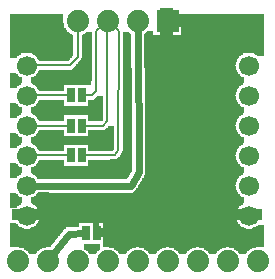
<source format=gbl>
G04 MADE WITH FRITZING*
G04 WWW.FRITZING.ORG*
G04 DOUBLE SIDED*
G04 HOLES PLATED*
G04 CONTOUR ON CENTER OF CONTOUR VECTOR*
%ASAXBY*%
%FSLAX23Y23*%
%MOIN*%
%OFA0B0*%
%SFA1.0B1.0*%
%ADD10C,0.075000*%
%ADD11C,0.074000*%
%ADD12C,0.066929*%
%ADD13R,0.025000X0.050000*%
%ADD14R,0.074000X0.074000*%
%ADD15C,0.008000*%
%ADD16C,0.024000*%
%LNCOPPER0*%
G90*
G70*
G54D10*
X106Y823D03*
X552Y679D03*
G54D11*
X564Y862D03*
X464Y862D03*
X364Y862D03*
X264Y862D03*
X64Y62D03*
X164Y62D03*
X264Y62D03*
X364Y62D03*
X464Y62D03*
X564Y62D03*
X664Y62D03*
X764Y62D03*
X864Y62D03*
G54D12*
X834Y714D03*
X834Y614D03*
X834Y514D03*
X834Y414D03*
X834Y314D03*
X834Y214D03*
X94Y714D03*
X94Y614D03*
X94Y514D03*
X94Y414D03*
X94Y314D03*
X94Y214D03*
G54D13*
X242Y615D03*
X277Y615D03*
X242Y514D03*
X277Y514D03*
X242Y416D03*
X277Y416D03*
X327Y156D03*
X291Y156D03*
G54D14*
X564Y862D03*
G54D15*
X389Y416D02*
X284Y416D01*
D02*
X399Y432D02*
X389Y416D01*
D02*
X401Y829D02*
X399Y432D01*
D02*
X383Y845D02*
X401Y829D01*
D02*
X119Y415D02*
X235Y416D01*
D02*
X350Y514D02*
X284Y514D01*
D02*
X362Y528D02*
X350Y514D01*
D02*
X363Y836D02*
X362Y528D01*
D02*
X119Y514D02*
X235Y514D01*
D02*
X313Y615D02*
X284Y615D01*
D02*
X326Y829D02*
X325Y630D01*
D02*
X325Y630D02*
X313Y615D01*
D02*
X344Y845D02*
X326Y829D01*
D02*
X119Y615D02*
X235Y615D01*
D02*
X264Y836D02*
X264Y743D01*
G54D16*
D02*
X441Y313D02*
X125Y314D01*
D02*
X468Y360D02*
X441Y313D01*
D02*
X464Y831D02*
X468Y360D01*
D02*
X236Y154D02*
X284Y156D01*
D02*
X183Y86D02*
X236Y154D01*
G54D15*
D02*
X264Y743D02*
X240Y716D01*
D02*
X240Y716D02*
X119Y715D01*
G36*
X40Y885D02*
X40Y757D01*
X106Y757D01*
X106Y755D01*
X112Y755D01*
X112Y753D01*
X116Y753D01*
X116Y751D01*
X118Y751D01*
X118Y749D01*
X122Y749D01*
X122Y747D01*
X124Y747D01*
X124Y745D01*
X126Y745D01*
X126Y743D01*
X128Y743D01*
X128Y741D01*
X130Y741D01*
X130Y737D01*
X132Y737D01*
X132Y733D01*
X134Y733D01*
X134Y729D01*
X234Y729D01*
X234Y731D01*
X236Y731D01*
X236Y733D01*
X238Y733D01*
X238Y735D01*
X240Y735D01*
X240Y739D01*
X242Y739D01*
X242Y741D01*
X244Y741D01*
X244Y743D01*
X246Y743D01*
X246Y745D01*
X248Y745D01*
X248Y747D01*
X250Y747D01*
X250Y817D01*
X246Y817D01*
X246Y819D01*
X242Y819D01*
X242Y821D01*
X238Y821D01*
X238Y823D01*
X236Y823D01*
X236Y825D01*
X234Y825D01*
X234Y827D01*
X230Y827D01*
X230Y829D01*
X228Y829D01*
X228Y833D01*
X226Y833D01*
X226Y835D01*
X224Y835D01*
X224Y839D01*
X222Y839D01*
X222Y841D01*
X220Y841D01*
X220Y847D01*
X218Y847D01*
X218Y855D01*
X216Y855D01*
X216Y885D01*
X40Y885D01*
G37*
D02*
G36*
X40Y757D02*
X40Y739D01*
X60Y739D01*
X60Y741D01*
X62Y741D01*
X62Y745D01*
X64Y745D01*
X64Y747D01*
X68Y747D01*
X68Y749D01*
X70Y749D01*
X70Y751D01*
X74Y751D01*
X74Y753D01*
X76Y753D01*
X76Y755D01*
X82Y755D01*
X82Y757D01*
X40Y757D01*
G37*
D02*
G36*
X292Y825D02*
X292Y823D01*
X288Y823D01*
X288Y821D01*
X286Y821D01*
X286Y819D01*
X282Y819D01*
X282Y817D01*
X278Y817D01*
X278Y739D01*
X276Y739D01*
X276Y735D01*
X274Y735D01*
X274Y733D01*
X272Y733D01*
X272Y731D01*
X270Y731D01*
X270Y727D01*
X268Y727D01*
X268Y725D01*
X266Y725D01*
X266Y723D01*
X264Y723D01*
X264Y721D01*
X262Y721D01*
X262Y719D01*
X260Y719D01*
X260Y717D01*
X258Y717D01*
X258Y713D01*
X256Y713D01*
X256Y711D01*
X254Y711D01*
X254Y709D01*
X252Y709D01*
X252Y707D01*
X250Y707D01*
X250Y705D01*
X248Y705D01*
X248Y703D01*
X244Y703D01*
X244Y701D01*
X136Y701D01*
X136Y699D01*
X134Y699D01*
X134Y695D01*
X132Y695D01*
X132Y691D01*
X130Y691D01*
X130Y689D01*
X128Y689D01*
X128Y687D01*
X126Y687D01*
X126Y683D01*
X124Y683D01*
X124Y681D01*
X120Y681D01*
X120Y679D01*
X118Y679D01*
X118Y677D01*
X114Y677D01*
X114Y675D01*
X110Y675D01*
X110Y655D01*
X112Y655D01*
X112Y653D01*
X116Y653D01*
X116Y651D01*
X118Y651D01*
X118Y649D01*
X122Y649D01*
X122Y647D01*
X124Y647D01*
X124Y645D01*
X126Y645D01*
X126Y643D01*
X128Y643D01*
X128Y641D01*
X130Y641D01*
X130Y637D01*
X132Y637D01*
X132Y633D01*
X134Y633D01*
X134Y629D01*
X220Y629D01*
X220Y649D01*
X310Y649D01*
X310Y663D01*
X312Y663D01*
X312Y825D01*
X292Y825D01*
G37*
D02*
G36*
X40Y689D02*
X40Y639D01*
X60Y639D01*
X60Y641D01*
X62Y641D01*
X62Y645D01*
X64Y645D01*
X64Y647D01*
X68Y647D01*
X68Y649D01*
X70Y649D01*
X70Y651D01*
X74Y651D01*
X74Y653D01*
X76Y653D01*
X76Y655D01*
X78Y655D01*
X78Y675D01*
X74Y675D01*
X74Y677D01*
X70Y677D01*
X70Y679D01*
X68Y679D01*
X68Y681D01*
X66Y681D01*
X66Y683D01*
X64Y683D01*
X64Y685D01*
X62Y685D01*
X62Y687D01*
X60Y687D01*
X60Y689D01*
X40Y689D01*
G37*
D02*
G36*
X328Y613D02*
X328Y611D01*
X326Y611D01*
X326Y607D01*
X324Y607D01*
X324Y605D01*
X322Y605D01*
X322Y603D01*
X318Y603D01*
X318Y601D01*
X300Y601D01*
X300Y579D01*
X348Y579D01*
X348Y613D01*
X328Y613D01*
G37*
D02*
G36*
X136Y601D02*
X136Y599D01*
X134Y599D01*
X134Y595D01*
X132Y595D01*
X132Y591D01*
X130Y591D01*
X130Y589D01*
X128Y589D01*
X128Y587D01*
X126Y587D01*
X126Y583D01*
X124Y583D01*
X124Y581D01*
X120Y581D01*
X120Y579D01*
X220Y579D01*
X220Y601D01*
X136Y601D01*
G37*
D02*
G36*
X118Y579D02*
X118Y577D01*
X348Y577D01*
X348Y579D01*
X118Y579D01*
G37*
D02*
G36*
X118Y579D02*
X118Y577D01*
X348Y577D01*
X348Y579D01*
X118Y579D01*
G37*
D02*
G36*
X114Y577D02*
X114Y575D01*
X110Y575D01*
X110Y555D01*
X112Y555D01*
X112Y553D01*
X116Y553D01*
X116Y551D01*
X118Y551D01*
X118Y549D01*
X300Y549D01*
X300Y529D01*
X346Y529D01*
X346Y531D01*
X348Y531D01*
X348Y577D01*
X114Y577D01*
G37*
D02*
G36*
X122Y549D02*
X122Y547D01*
X124Y547D01*
X124Y545D01*
X126Y545D01*
X126Y543D01*
X128Y543D01*
X128Y541D01*
X130Y541D01*
X130Y537D01*
X132Y537D01*
X132Y533D01*
X134Y533D01*
X134Y529D01*
X220Y529D01*
X220Y549D01*
X122Y549D01*
G37*
D02*
G36*
X40Y589D02*
X40Y539D01*
X60Y539D01*
X60Y541D01*
X62Y541D01*
X62Y545D01*
X64Y545D01*
X64Y547D01*
X68Y547D01*
X68Y549D01*
X70Y549D01*
X70Y551D01*
X74Y551D01*
X74Y553D01*
X76Y553D01*
X76Y555D01*
X78Y555D01*
X78Y575D01*
X74Y575D01*
X74Y577D01*
X70Y577D01*
X70Y579D01*
X68Y579D01*
X68Y581D01*
X66Y581D01*
X66Y583D01*
X64Y583D01*
X64Y585D01*
X62Y585D01*
X62Y587D01*
X60Y587D01*
X60Y589D01*
X40Y589D01*
G37*
D02*
G36*
X366Y513D02*
X366Y509D01*
X364Y509D01*
X364Y507D01*
X362Y507D01*
X362Y505D01*
X360Y505D01*
X360Y503D01*
X356Y503D01*
X356Y501D01*
X300Y501D01*
X300Y479D01*
X386Y479D01*
X386Y513D01*
X366Y513D01*
G37*
D02*
G36*
X136Y501D02*
X136Y499D01*
X134Y499D01*
X134Y495D01*
X132Y495D01*
X132Y491D01*
X130Y491D01*
X130Y489D01*
X128Y489D01*
X128Y487D01*
X126Y487D01*
X126Y483D01*
X124Y483D01*
X124Y481D01*
X120Y481D01*
X120Y479D01*
X220Y479D01*
X220Y501D01*
X136Y501D01*
G37*
D02*
G36*
X118Y479D02*
X118Y477D01*
X386Y477D01*
X386Y479D01*
X118Y479D01*
G37*
D02*
G36*
X118Y479D02*
X118Y477D01*
X386Y477D01*
X386Y479D01*
X118Y479D01*
G37*
D02*
G36*
X114Y477D02*
X114Y475D01*
X110Y475D01*
X110Y455D01*
X112Y455D01*
X112Y453D01*
X116Y453D01*
X116Y451D01*
X300Y451D01*
X300Y429D01*
X366Y429D01*
X366Y431D01*
X382Y431D01*
X382Y433D01*
X384Y433D01*
X384Y435D01*
X386Y435D01*
X386Y477D01*
X114Y477D01*
G37*
D02*
G36*
X118Y451D02*
X118Y449D01*
X122Y449D01*
X122Y447D01*
X124Y447D01*
X124Y445D01*
X126Y445D01*
X126Y443D01*
X128Y443D01*
X128Y441D01*
X130Y441D01*
X130Y437D01*
X132Y437D01*
X132Y433D01*
X134Y433D01*
X134Y429D01*
X220Y429D01*
X220Y451D01*
X118Y451D01*
G37*
D02*
G36*
X40Y489D02*
X40Y439D01*
X60Y439D01*
X60Y441D01*
X62Y441D01*
X62Y445D01*
X64Y445D01*
X64Y447D01*
X68Y447D01*
X68Y449D01*
X70Y449D01*
X70Y451D01*
X74Y451D01*
X74Y453D01*
X76Y453D01*
X76Y455D01*
X78Y455D01*
X78Y475D01*
X74Y475D01*
X74Y477D01*
X70Y477D01*
X70Y479D01*
X68Y479D01*
X68Y481D01*
X66Y481D01*
X66Y483D01*
X64Y483D01*
X64Y485D01*
X62Y485D01*
X62Y487D01*
X60Y487D01*
X60Y489D01*
X40Y489D01*
G37*
D02*
G36*
X416Y825D02*
X416Y789D01*
X414Y789D01*
X414Y429D01*
X412Y429D01*
X412Y423D01*
X410Y423D01*
X410Y421D01*
X408Y421D01*
X408Y417D01*
X406Y417D01*
X406Y415D01*
X404Y415D01*
X404Y411D01*
X402Y411D01*
X402Y409D01*
X400Y409D01*
X400Y405D01*
X396Y405D01*
X396Y403D01*
X372Y403D01*
X372Y401D01*
X300Y401D01*
X300Y381D01*
X446Y381D01*
X446Y493D01*
X444Y493D01*
X444Y705D01*
X442Y705D01*
X442Y821D01*
X438Y821D01*
X438Y823D01*
X436Y823D01*
X436Y825D01*
X416Y825D01*
G37*
D02*
G36*
X136Y401D02*
X136Y399D01*
X134Y399D01*
X134Y395D01*
X132Y395D01*
X132Y391D01*
X130Y391D01*
X130Y389D01*
X128Y389D01*
X128Y387D01*
X126Y387D01*
X126Y383D01*
X124Y383D01*
X124Y381D01*
X220Y381D01*
X220Y401D01*
X136Y401D01*
G37*
D02*
G36*
X120Y381D02*
X120Y379D01*
X446Y379D01*
X446Y381D01*
X120Y381D01*
G37*
D02*
G36*
X120Y381D02*
X120Y379D01*
X446Y379D01*
X446Y381D01*
X120Y381D01*
G37*
D02*
G36*
X118Y379D02*
X118Y377D01*
X114Y377D01*
X114Y375D01*
X110Y375D01*
X110Y355D01*
X112Y355D01*
X112Y353D01*
X116Y353D01*
X116Y351D01*
X118Y351D01*
X118Y349D01*
X122Y349D01*
X122Y347D01*
X124Y347D01*
X124Y345D01*
X126Y345D01*
X126Y343D01*
X128Y343D01*
X128Y341D01*
X130Y341D01*
X130Y337D01*
X172Y337D01*
X172Y335D01*
X428Y335D01*
X428Y337D01*
X430Y337D01*
X430Y341D01*
X432Y341D01*
X432Y343D01*
X434Y343D01*
X434Y347D01*
X436Y347D01*
X436Y351D01*
X438Y351D01*
X438Y353D01*
X440Y353D01*
X440Y357D01*
X442Y357D01*
X442Y361D01*
X444Y361D01*
X444Y365D01*
X446Y365D01*
X446Y379D01*
X118Y379D01*
G37*
D02*
G36*
X40Y389D02*
X40Y339D01*
X60Y339D01*
X60Y341D01*
X62Y341D01*
X62Y345D01*
X64Y345D01*
X64Y347D01*
X68Y347D01*
X68Y349D01*
X70Y349D01*
X70Y351D01*
X74Y351D01*
X74Y353D01*
X76Y353D01*
X76Y355D01*
X78Y355D01*
X78Y375D01*
X74Y375D01*
X74Y377D01*
X70Y377D01*
X70Y379D01*
X68Y379D01*
X68Y381D01*
X66Y381D01*
X66Y383D01*
X64Y383D01*
X64Y385D01*
X62Y385D01*
X62Y387D01*
X60Y387D01*
X60Y389D01*
X40Y389D01*
G37*
D02*
G36*
X40Y289D02*
X40Y239D01*
X60Y239D01*
X60Y241D01*
X62Y241D01*
X62Y245D01*
X64Y245D01*
X64Y247D01*
X68Y247D01*
X68Y249D01*
X70Y249D01*
X70Y251D01*
X74Y251D01*
X74Y253D01*
X76Y253D01*
X76Y255D01*
X78Y255D01*
X78Y275D01*
X74Y275D01*
X74Y277D01*
X70Y277D01*
X70Y279D01*
X68Y279D01*
X68Y281D01*
X66Y281D01*
X66Y283D01*
X64Y283D01*
X64Y285D01*
X62Y285D01*
X62Y287D01*
X60Y287D01*
X60Y289D01*
X40Y289D01*
G37*
D02*
G36*
X610Y885D02*
X610Y815D01*
X884Y815D01*
X884Y885D01*
X610Y885D01*
G37*
D02*
G36*
X496Y829D02*
X496Y827D01*
X494Y827D01*
X494Y825D01*
X492Y825D01*
X492Y823D01*
X488Y823D01*
X488Y821D01*
X486Y821D01*
X486Y815D01*
X516Y815D01*
X516Y829D01*
X496Y829D01*
G37*
D02*
G36*
X486Y815D02*
X486Y813D01*
X884Y813D01*
X884Y815D01*
X486Y815D01*
G37*
D02*
G36*
X486Y815D02*
X486Y813D01*
X884Y813D01*
X884Y815D01*
X486Y815D01*
G37*
D02*
G36*
X486Y813D02*
X486Y757D01*
X846Y757D01*
X846Y755D01*
X852Y755D01*
X852Y753D01*
X856Y753D01*
X856Y751D01*
X858Y751D01*
X858Y749D01*
X862Y749D01*
X862Y747D01*
X864Y747D01*
X864Y745D01*
X884Y745D01*
X884Y813D01*
X486Y813D01*
G37*
D02*
G36*
X486Y757D02*
X486Y705D01*
X488Y705D01*
X488Y495D01*
X490Y495D01*
X490Y353D01*
X488Y353D01*
X488Y349D01*
X486Y349D01*
X486Y345D01*
X484Y345D01*
X484Y341D01*
X482Y341D01*
X482Y339D01*
X480Y339D01*
X480Y335D01*
X478Y335D01*
X478Y331D01*
X476Y331D01*
X476Y329D01*
X474Y329D01*
X474Y325D01*
X472Y325D01*
X472Y321D01*
X470Y321D01*
X470Y317D01*
X468Y317D01*
X468Y315D01*
X466Y315D01*
X466Y311D01*
X464Y311D01*
X464Y307D01*
X462Y307D01*
X462Y305D01*
X460Y305D01*
X460Y301D01*
X458Y301D01*
X458Y299D01*
X456Y299D01*
X456Y297D01*
X454Y297D01*
X454Y295D01*
X452Y295D01*
X452Y293D01*
X448Y293D01*
X448Y291D01*
X798Y291D01*
X798Y293D01*
X796Y293D01*
X796Y297D01*
X794Y297D01*
X794Y301D01*
X792Y301D01*
X792Y313D01*
X790Y313D01*
X790Y315D01*
X792Y315D01*
X792Y327D01*
X794Y327D01*
X794Y333D01*
X796Y333D01*
X796Y335D01*
X798Y335D01*
X798Y339D01*
X800Y339D01*
X800Y341D01*
X802Y341D01*
X802Y345D01*
X804Y345D01*
X804Y347D01*
X808Y347D01*
X808Y349D01*
X810Y349D01*
X810Y351D01*
X814Y351D01*
X814Y353D01*
X816Y353D01*
X816Y355D01*
X818Y355D01*
X818Y375D01*
X814Y375D01*
X814Y377D01*
X810Y377D01*
X810Y379D01*
X808Y379D01*
X808Y381D01*
X806Y381D01*
X806Y383D01*
X804Y383D01*
X804Y385D01*
X802Y385D01*
X802Y387D01*
X800Y387D01*
X800Y389D01*
X798Y389D01*
X798Y393D01*
X796Y393D01*
X796Y397D01*
X794Y397D01*
X794Y401D01*
X792Y401D01*
X792Y413D01*
X790Y413D01*
X790Y415D01*
X792Y415D01*
X792Y427D01*
X794Y427D01*
X794Y433D01*
X796Y433D01*
X796Y435D01*
X798Y435D01*
X798Y439D01*
X800Y439D01*
X800Y441D01*
X802Y441D01*
X802Y445D01*
X804Y445D01*
X804Y447D01*
X808Y447D01*
X808Y449D01*
X810Y449D01*
X810Y451D01*
X814Y451D01*
X814Y453D01*
X816Y453D01*
X816Y455D01*
X818Y455D01*
X818Y475D01*
X814Y475D01*
X814Y477D01*
X810Y477D01*
X810Y479D01*
X808Y479D01*
X808Y481D01*
X806Y481D01*
X806Y483D01*
X804Y483D01*
X804Y485D01*
X802Y485D01*
X802Y487D01*
X800Y487D01*
X800Y489D01*
X798Y489D01*
X798Y493D01*
X796Y493D01*
X796Y497D01*
X794Y497D01*
X794Y501D01*
X792Y501D01*
X792Y513D01*
X790Y513D01*
X790Y515D01*
X792Y515D01*
X792Y527D01*
X794Y527D01*
X794Y533D01*
X796Y533D01*
X796Y535D01*
X798Y535D01*
X798Y539D01*
X800Y539D01*
X800Y541D01*
X802Y541D01*
X802Y545D01*
X804Y545D01*
X804Y547D01*
X808Y547D01*
X808Y549D01*
X810Y549D01*
X810Y551D01*
X814Y551D01*
X814Y553D01*
X816Y553D01*
X816Y555D01*
X818Y555D01*
X818Y575D01*
X814Y575D01*
X814Y577D01*
X810Y577D01*
X810Y579D01*
X808Y579D01*
X808Y581D01*
X806Y581D01*
X806Y583D01*
X804Y583D01*
X804Y585D01*
X802Y585D01*
X802Y587D01*
X800Y587D01*
X800Y589D01*
X798Y589D01*
X798Y593D01*
X796Y593D01*
X796Y597D01*
X794Y597D01*
X794Y601D01*
X792Y601D01*
X792Y613D01*
X790Y613D01*
X790Y615D01*
X792Y615D01*
X792Y627D01*
X794Y627D01*
X794Y633D01*
X796Y633D01*
X796Y635D01*
X798Y635D01*
X798Y639D01*
X800Y639D01*
X800Y641D01*
X802Y641D01*
X802Y645D01*
X804Y645D01*
X804Y647D01*
X808Y647D01*
X808Y649D01*
X810Y649D01*
X810Y651D01*
X814Y651D01*
X814Y653D01*
X816Y653D01*
X816Y655D01*
X818Y655D01*
X818Y675D01*
X814Y675D01*
X814Y677D01*
X810Y677D01*
X810Y679D01*
X808Y679D01*
X808Y681D01*
X806Y681D01*
X806Y683D01*
X804Y683D01*
X804Y685D01*
X802Y685D01*
X802Y687D01*
X800Y687D01*
X800Y689D01*
X798Y689D01*
X798Y693D01*
X796Y693D01*
X796Y697D01*
X794Y697D01*
X794Y701D01*
X792Y701D01*
X792Y713D01*
X790Y713D01*
X790Y715D01*
X792Y715D01*
X792Y727D01*
X794Y727D01*
X794Y733D01*
X796Y733D01*
X796Y735D01*
X798Y735D01*
X798Y739D01*
X800Y739D01*
X800Y741D01*
X802Y741D01*
X802Y745D01*
X804Y745D01*
X804Y747D01*
X808Y747D01*
X808Y749D01*
X810Y749D01*
X810Y751D01*
X814Y751D01*
X814Y753D01*
X816Y753D01*
X816Y755D01*
X824Y755D01*
X824Y757D01*
X486Y757D01*
G37*
D02*
G36*
X132Y293D02*
X132Y291D01*
X168Y291D01*
X168Y293D01*
X132Y293D01*
G37*
D02*
G36*
X130Y291D02*
X130Y289D01*
X798Y289D01*
X798Y291D01*
X130Y291D01*
G37*
D02*
G36*
X130Y291D02*
X130Y289D01*
X798Y289D01*
X798Y291D01*
X130Y291D01*
G37*
D02*
G36*
X128Y289D02*
X128Y287D01*
X126Y287D01*
X126Y283D01*
X124Y283D01*
X124Y281D01*
X120Y281D01*
X120Y279D01*
X118Y279D01*
X118Y277D01*
X114Y277D01*
X114Y275D01*
X110Y275D01*
X110Y255D01*
X112Y255D01*
X112Y253D01*
X116Y253D01*
X116Y251D01*
X118Y251D01*
X118Y249D01*
X122Y249D01*
X122Y247D01*
X124Y247D01*
X124Y245D01*
X126Y245D01*
X126Y243D01*
X128Y243D01*
X128Y241D01*
X130Y241D01*
X130Y237D01*
X132Y237D01*
X132Y233D01*
X134Y233D01*
X134Y229D01*
X136Y229D01*
X136Y221D01*
X138Y221D01*
X138Y207D01*
X136Y207D01*
X136Y199D01*
X134Y199D01*
X134Y195D01*
X132Y195D01*
X132Y191D01*
X350Y191D01*
X350Y171D01*
X824Y171D01*
X824Y173D01*
X818Y173D01*
X818Y175D01*
X814Y175D01*
X814Y177D01*
X810Y177D01*
X810Y179D01*
X808Y179D01*
X808Y181D01*
X806Y181D01*
X806Y183D01*
X804Y183D01*
X804Y185D01*
X802Y185D01*
X802Y187D01*
X800Y187D01*
X800Y189D01*
X798Y189D01*
X798Y193D01*
X796Y193D01*
X796Y197D01*
X794Y197D01*
X794Y201D01*
X792Y201D01*
X792Y213D01*
X790Y213D01*
X790Y215D01*
X792Y215D01*
X792Y227D01*
X794Y227D01*
X794Y233D01*
X796Y233D01*
X796Y235D01*
X798Y235D01*
X798Y239D01*
X800Y239D01*
X800Y241D01*
X802Y241D01*
X802Y245D01*
X804Y245D01*
X804Y247D01*
X808Y247D01*
X808Y249D01*
X810Y249D01*
X810Y251D01*
X814Y251D01*
X814Y253D01*
X816Y253D01*
X816Y255D01*
X818Y255D01*
X818Y275D01*
X814Y275D01*
X814Y277D01*
X810Y277D01*
X810Y279D01*
X808Y279D01*
X808Y281D01*
X806Y281D01*
X806Y283D01*
X804Y283D01*
X804Y285D01*
X802Y285D01*
X802Y287D01*
X800Y287D01*
X800Y289D01*
X128Y289D01*
G37*
D02*
G36*
X130Y191D02*
X130Y189D01*
X128Y189D01*
X128Y187D01*
X126Y187D01*
X126Y183D01*
X124Y183D01*
X124Y181D01*
X120Y181D01*
X120Y179D01*
X118Y179D01*
X118Y177D01*
X114Y177D01*
X114Y175D01*
X110Y175D01*
X110Y173D01*
X104Y173D01*
X104Y171D01*
X224Y171D01*
X224Y173D01*
X226Y173D01*
X226Y175D01*
X234Y175D01*
X234Y177D01*
X268Y177D01*
X268Y191D01*
X130Y191D01*
G37*
D02*
G36*
X40Y189D02*
X40Y171D01*
X84Y171D01*
X84Y173D01*
X78Y173D01*
X78Y175D01*
X74Y175D01*
X74Y177D01*
X70Y177D01*
X70Y179D01*
X68Y179D01*
X68Y181D01*
X66Y181D01*
X66Y183D01*
X64Y183D01*
X64Y185D01*
X62Y185D01*
X62Y187D01*
X60Y187D01*
X60Y189D01*
X40Y189D01*
G37*
D02*
G36*
X864Y183D02*
X864Y181D01*
X860Y181D01*
X860Y179D01*
X858Y179D01*
X858Y177D01*
X854Y177D01*
X854Y175D01*
X850Y175D01*
X850Y173D01*
X844Y173D01*
X844Y171D01*
X884Y171D01*
X884Y183D01*
X864Y183D01*
G37*
D02*
G36*
X40Y171D02*
X40Y169D01*
X220Y169D01*
X220Y171D01*
X40Y171D01*
G37*
D02*
G36*
X40Y171D02*
X40Y169D01*
X220Y169D01*
X220Y171D01*
X40Y171D01*
G37*
D02*
G36*
X350Y171D02*
X350Y169D01*
X884Y169D01*
X884Y171D01*
X350Y171D01*
G37*
D02*
G36*
X350Y171D02*
X350Y169D01*
X884Y169D01*
X884Y171D01*
X350Y171D01*
G37*
D02*
G36*
X40Y169D02*
X40Y109D01*
X70Y109D01*
X70Y107D01*
X78Y107D01*
X78Y105D01*
X84Y105D01*
X84Y103D01*
X86Y103D01*
X86Y101D01*
X90Y101D01*
X90Y99D01*
X92Y99D01*
X92Y97D01*
X96Y97D01*
X96Y95D01*
X98Y95D01*
X98Y91D01*
X100Y91D01*
X100Y89D01*
X102Y89D01*
X102Y87D01*
X104Y87D01*
X104Y85D01*
X124Y85D01*
X124Y89D01*
X126Y89D01*
X126Y91D01*
X128Y91D01*
X128Y93D01*
X130Y93D01*
X130Y95D01*
X132Y95D01*
X132Y97D01*
X134Y97D01*
X134Y99D01*
X136Y99D01*
X136Y101D01*
X140Y101D01*
X140Y103D01*
X144Y103D01*
X144Y105D01*
X150Y105D01*
X150Y107D01*
X158Y107D01*
X158Y109D01*
X174Y109D01*
X174Y111D01*
X176Y111D01*
X176Y115D01*
X178Y115D01*
X178Y117D01*
X180Y117D01*
X180Y119D01*
X182Y119D01*
X182Y123D01*
X184Y123D01*
X184Y125D01*
X186Y125D01*
X186Y127D01*
X188Y127D01*
X188Y129D01*
X190Y129D01*
X190Y133D01*
X192Y133D01*
X192Y135D01*
X194Y135D01*
X194Y137D01*
X196Y137D01*
X196Y139D01*
X198Y139D01*
X198Y143D01*
X200Y143D01*
X200Y145D01*
X202Y145D01*
X202Y147D01*
X204Y147D01*
X204Y151D01*
X206Y151D01*
X206Y153D01*
X208Y153D01*
X208Y155D01*
X210Y155D01*
X210Y157D01*
X212Y157D01*
X212Y161D01*
X214Y161D01*
X214Y163D01*
X216Y163D01*
X216Y165D01*
X218Y165D01*
X218Y167D01*
X220Y167D01*
X220Y169D01*
X40Y169D01*
G37*
D02*
G36*
X350Y169D02*
X350Y109D01*
X770Y109D01*
X770Y107D01*
X778Y107D01*
X778Y105D01*
X784Y105D01*
X784Y103D01*
X786Y103D01*
X786Y101D01*
X790Y101D01*
X790Y99D01*
X792Y99D01*
X792Y97D01*
X796Y97D01*
X796Y95D01*
X798Y95D01*
X798Y91D01*
X800Y91D01*
X800Y89D01*
X802Y89D01*
X802Y87D01*
X804Y87D01*
X804Y85D01*
X824Y85D01*
X824Y89D01*
X826Y89D01*
X826Y91D01*
X828Y91D01*
X828Y93D01*
X830Y93D01*
X830Y95D01*
X832Y95D01*
X832Y97D01*
X834Y97D01*
X834Y99D01*
X836Y99D01*
X836Y101D01*
X840Y101D01*
X840Y103D01*
X844Y103D01*
X844Y105D01*
X850Y105D01*
X850Y107D01*
X858Y107D01*
X858Y109D01*
X884Y109D01*
X884Y169D01*
X350Y169D01*
G37*
D02*
G36*
X370Y109D02*
X370Y107D01*
X378Y107D01*
X378Y105D01*
X384Y105D01*
X384Y103D01*
X386Y103D01*
X386Y101D01*
X390Y101D01*
X390Y99D01*
X392Y99D01*
X392Y97D01*
X396Y97D01*
X396Y95D01*
X398Y95D01*
X398Y91D01*
X400Y91D01*
X400Y89D01*
X402Y89D01*
X402Y87D01*
X404Y87D01*
X404Y85D01*
X424Y85D01*
X424Y89D01*
X426Y89D01*
X426Y91D01*
X428Y91D01*
X428Y93D01*
X430Y93D01*
X430Y95D01*
X432Y95D01*
X432Y97D01*
X434Y97D01*
X434Y99D01*
X436Y99D01*
X436Y101D01*
X440Y101D01*
X440Y103D01*
X444Y103D01*
X444Y105D01*
X450Y105D01*
X450Y107D01*
X458Y107D01*
X458Y109D01*
X370Y109D01*
G37*
D02*
G36*
X470Y109D02*
X470Y107D01*
X478Y107D01*
X478Y105D01*
X484Y105D01*
X484Y103D01*
X486Y103D01*
X486Y101D01*
X490Y101D01*
X490Y99D01*
X492Y99D01*
X492Y97D01*
X496Y97D01*
X496Y95D01*
X498Y95D01*
X498Y91D01*
X500Y91D01*
X500Y89D01*
X502Y89D01*
X502Y87D01*
X504Y87D01*
X504Y85D01*
X524Y85D01*
X524Y89D01*
X526Y89D01*
X526Y91D01*
X528Y91D01*
X528Y93D01*
X530Y93D01*
X530Y95D01*
X532Y95D01*
X532Y97D01*
X534Y97D01*
X534Y99D01*
X536Y99D01*
X536Y101D01*
X540Y101D01*
X540Y103D01*
X544Y103D01*
X544Y105D01*
X550Y105D01*
X550Y107D01*
X558Y107D01*
X558Y109D01*
X470Y109D01*
G37*
D02*
G36*
X570Y109D02*
X570Y107D01*
X578Y107D01*
X578Y105D01*
X584Y105D01*
X584Y103D01*
X586Y103D01*
X586Y101D01*
X590Y101D01*
X590Y99D01*
X592Y99D01*
X592Y97D01*
X596Y97D01*
X596Y95D01*
X598Y95D01*
X598Y91D01*
X600Y91D01*
X600Y89D01*
X602Y89D01*
X602Y87D01*
X604Y87D01*
X604Y85D01*
X624Y85D01*
X624Y89D01*
X626Y89D01*
X626Y91D01*
X628Y91D01*
X628Y93D01*
X630Y93D01*
X630Y95D01*
X632Y95D01*
X632Y97D01*
X634Y97D01*
X634Y99D01*
X636Y99D01*
X636Y101D01*
X640Y101D01*
X640Y103D01*
X644Y103D01*
X644Y105D01*
X650Y105D01*
X650Y107D01*
X658Y107D01*
X658Y109D01*
X570Y109D01*
G37*
D02*
G36*
X670Y109D02*
X670Y107D01*
X678Y107D01*
X678Y105D01*
X684Y105D01*
X684Y103D01*
X686Y103D01*
X686Y101D01*
X690Y101D01*
X690Y99D01*
X692Y99D01*
X692Y97D01*
X696Y97D01*
X696Y95D01*
X698Y95D01*
X698Y91D01*
X700Y91D01*
X700Y89D01*
X702Y89D01*
X702Y87D01*
X704Y87D01*
X704Y85D01*
X724Y85D01*
X724Y89D01*
X726Y89D01*
X726Y91D01*
X728Y91D01*
X728Y93D01*
X730Y93D01*
X730Y95D01*
X732Y95D01*
X732Y97D01*
X734Y97D01*
X734Y99D01*
X736Y99D01*
X736Y101D01*
X740Y101D01*
X740Y103D01*
X744Y103D01*
X744Y105D01*
X750Y105D01*
X750Y107D01*
X758Y107D01*
X758Y109D01*
X670Y109D01*
G37*
D02*
G36*
X286Y121D02*
X286Y101D01*
X290Y101D01*
X290Y99D01*
X292Y99D01*
X292Y97D01*
X296Y97D01*
X296Y95D01*
X298Y95D01*
X298Y91D01*
X300Y91D01*
X300Y89D01*
X302Y89D01*
X302Y87D01*
X304Y87D01*
X304Y85D01*
X324Y85D01*
X324Y89D01*
X326Y89D01*
X326Y91D01*
X328Y91D01*
X328Y93D01*
X330Y93D01*
X330Y95D01*
X332Y95D01*
X332Y97D01*
X334Y97D01*
X334Y99D01*
X336Y99D01*
X336Y101D01*
X340Y101D01*
X340Y121D01*
X286Y121D01*
G37*
D02*
G36*
X46Y237D02*
X74Y237D01*
X74Y198D01*
X46Y198D01*
X46Y237D01*
G37*
D02*
G36*
X112Y237D02*
X138Y237D01*
X138Y198D01*
X112Y198D01*
X112Y237D01*
G37*
D02*
G36*
X788Y237D02*
X812Y237D01*
X812Y198D01*
X788Y198D01*
X788Y237D01*
G37*
D02*
G36*
X850Y237D02*
X878Y237D01*
X878Y198D01*
X850Y198D01*
X850Y237D01*
G37*
D02*
G36*
X540Y907D02*
X583Y907D01*
X583Y883D01*
X540Y883D01*
X540Y907D01*
G37*
D02*
G36*
X540Y845D02*
X583Y845D01*
X583Y815D01*
X540Y815D01*
X540Y845D01*
G37*
D02*
G36*
X580Y885D02*
X610Y885D01*
X610Y842D01*
X580Y842D01*
X580Y885D01*
G37*
D02*
G36*
X316Y195D02*
X335Y195D01*
X335Y159D01*
X316Y159D01*
X316Y195D01*
G37*
D02*
G36*
X326Y173D02*
X350Y173D01*
X350Y142D01*
X326Y142D01*
X326Y173D01*
G37*
D02*
G04 End of Copper0*
M02*
</source>
